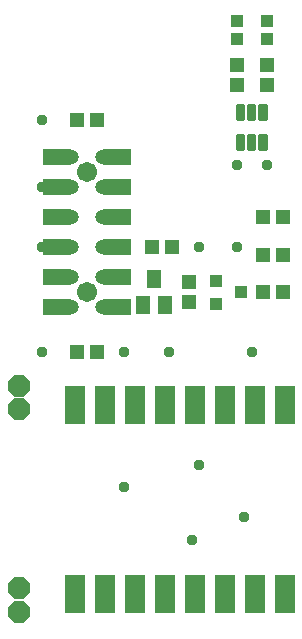
<source format=gbr>
G04 EAGLE Gerber RS-274X export*
G75*
%MOMM*%
%FSLAX34Y34*%
%LPD*%
%INSoldermask Top*%
%IPPOS*%
%AMOC8*
5,1,8,0,0,1.08239X$1,22.5*%
G01*
%ADD10R,1.203200X1.303200*%
%ADD11R,1.727200X3.228200*%
%ADD12R,2.493200X1.473200*%
%ADD13C,1.203200*%
%ADD14C,1.703200*%
%ADD15C,0.344606*%
%ADD16R,1.003200X1.003200*%
%ADD17R,1.303200X1.203200*%
%ADD18P,2.034460X8X112.500000*%
%ADD19R,1.103200X1.003200*%
%ADD20R,1.203200X1.603200*%
%ADD21C,0.959600*%


D10*
X122800Y463550D03*
X105800Y463550D03*
D11*
X104200Y62390D03*
X129600Y62390D03*
X155000Y62390D03*
X180400Y62390D03*
X205800Y62390D03*
X231200Y62390D03*
X256600Y62390D03*
X282000Y62390D03*
X104200Y222090D03*
X129600Y222090D03*
X155000Y222090D03*
X180400Y222090D03*
X205800Y222090D03*
X231200Y222090D03*
X256600Y222090D03*
X282000Y222090D03*
D10*
X122800Y266700D03*
X105800Y266700D03*
X186300Y355600D03*
X169300Y355600D03*
D12*
X89050Y304800D03*
X139550Y304800D03*
X89050Y330200D03*
X139550Y330200D03*
X89050Y355600D03*
X139550Y355600D03*
X89050Y381000D03*
X139550Y381000D03*
X89050Y406400D03*
X139550Y406400D03*
X89050Y431800D03*
X139550Y431800D03*
D13*
X101600Y431800D03*
X101600Y406400D03*
X101600Y381000D03*
X101600Y355600D03*
X101600Y330200D03*
X101600Y304800D03*
X127000Y304800D03*
X127000Y330200D03*
X127000Y355600D03*
X127000Y381000D03*
X127000Y406400D03*
X127000Y431800D03*
D14*
X114300Y419100D03*
X114300Y317500D03*
D15*
X246693Y439307D02*
X246693Y449993D01*
X246693Y439307D02*
X242307Y439307D01*
X242307Y449993D01*
X246693Y449993D01*
X246693Y442581D02*
X242307Y442581D01*
X242307Y445855D02*
X246693Y445855D01*
X246693Y449129D02*
X242307Y449129D01*
X256193Y449993D02*
X256193Y439307D01*
X251807Y439307D01*
X251807Y449993D01*
X256193Y449993D01*
X256193Y442581D02*
X251807Y442581D01*
X251807Y445855D02*
X256193Y445855D01*
X256193Y449129D02*
X251807Y449129D01*
X265693Y449993D02*
X265693Y439307D01*
X261307Y439307D01*
X261307Y449993D01*
X265693Y449993D01*
X265693Y442581D02*
X261307Y442581D01*
X261307Y445855D02*
X265693Y445855D01*
X265693Y449129D02*
X261307Y449129D01*
X246693Y464407D02*
X246693Y475093D01*
X246693Y464407D02*
X242307Y464407D01*
X242307Y475093D01*
X246693Y475093D01*
X246693Y467681D02*
X242307Y467681D01*
X242307Y470955D02*
X246693Y470955D01*
X246693Y474229D02*
X242307Y474229D01*
X256193Y475093D02*
X256193Y464407D01*
X251807Y464407D01*
X251807Y475093D01*
X256193Y475093D01*
X256193Y467681D02*
X251807Y467681D01*
X251807Y470955D02*
X256193Y470955D01*
X256193Y474229D02*
X251807Y474229D01*
X265693Y475093D02*
X265693Y464407D01*
X261307Y464407D01*
X261307Y475093D01*
X265693Y475093D01*
X265693Y467681D02*
X261307Y467681D01*
X261307Y470955D02*
X265693Y470955D01*
X265693Y474229D02*
X261307Y474229D01*
D16*
X241300Y532250D03*
X241300Y547250D03*
X266700Y532250D03*
X266700Y547250D03*
D17*
X241300Y493150D03*
X241300Y510150D03*
X266700Y493150D03*
X266700Y510150D03*
X280280Y381000D03*
X263280Y381000D03*
D18*
X57150Y47150D03*
X57150Y67150D03*
X57150Y218600D03*
X57150Y238600D03*
D19*
X223680Y327000D03*
X223680Y308000D03*
X244680Y317500D03*
D17*
X200660Y326000D03*
X200660Y309000D03*
D10*
X263280Y317500D03*
X280280Y317500D03*
X263280Y349250D03*
X280280Y349250D03*
D20*
X171450Y328500D03*
X180950Y306500D03*
X161950Y306500D03*
D21*
X146050Y266700D03*
X146050Y152400D03*
X209550Y355600D03*
X209550Y171450D03*
X76200Y355600D03*
X76200Y266700D03*
X184150Y266700D03*
X76200Y406400D03*
X76200Y463550D03*
X203200Y107950D03*
X241300Y425450D03*
X247650Y127000D03*
X266700Y425450D03*
X254000Y266700D03*
X241300Y355600D03*
M02*

</source>
